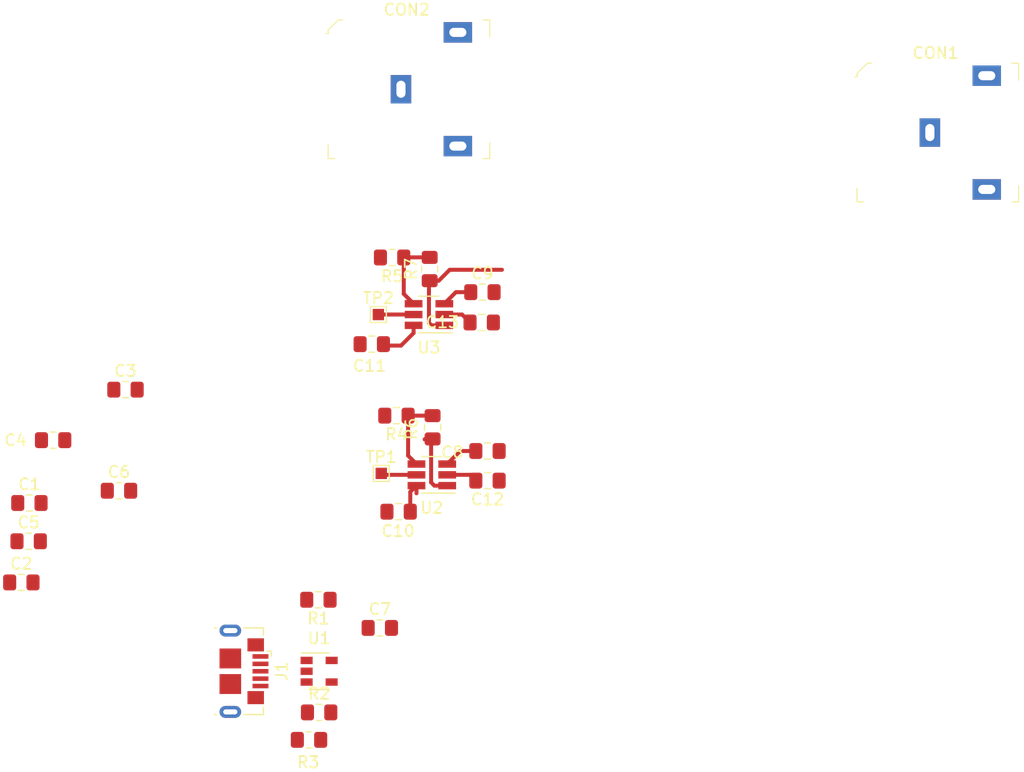
<source format=kicad_pcb>
(kicad_pcb (version 20171130) (host pcbnew "(5.0.0)")

  (general
    (thickness 1.6)
    (drawings 0)
    (tracks 37)
    (zones 0)
    (modules 28)
    (nets 20)
  )

  (page A4)
  (layers
    (0 F.Cu signal)
    (31 B.Cu signal)
    (32 B.Adhes user)
    (33 F.Adhes user)
    (34 B.Paste user)
    (35 F.Paste user)
    (36 B.SilkS user)
    (37 F.SilkS user)
    (38 B.Mask user)
    (39 F.Mask user)
    (40 Dwgs.User user)
    (41 Cmts.User user)
    (42 Eco1.User user)
    (43 Eco2.User user)
    (44 Edge.Cuts user)
    (45 Margin user)
    (46 B.CrtYd user)
    (47 F.CrtYd user)
    (48 B.Fab user hide)
    (49 F.Fab user hide)
  )

  (setup
    (last_trace_width 0.35)
    (trace_clearance 0.2)
    (zone_clearance 0.508)
    (zone_45_only no)
    (trace_min 0.2)
    (segment_width 0.2)
    (edge_width 0.15)
    (via_size 2)
    (via_drill 1)
    (via_min_size 0.4)
    (via_min_drill 0.3)
    (uvia_size 0.3)
    (uvia_drill 0.1)
    (uvias_allowed no)
    (uvia_min_size 0.2)
    (uvia_min_drill 0.1)
    (pcb_text_width 0.3)
    (pcb_text_size 1.5 1.5)
    (mod_edge_width 0.15)
    (mod_text_size 1 1)
    (mod_text_width 0.15)
    (pad_size 1.524 1.524)
    (pad_drill 0.762)
    (pad_to_mask_clearance 0.2)
    (aux_axis_origin 0 0)
    (visible_elements FFFFF77F)
    (pcbplotparams
      (layerselection 0x010fc_ffffffff)
      (usegerberextensions false)
      (usegerberattributes false)
      (usegerberadvancedattributes false)
      (creategerberjobfile false)
      (excludeedgelayer true)
      (linewidth 0.100000)
      (plotframeref false)
      (viasonmask false)
      (mode 1)
      (useauxorigin false)
      (hpglpennumber 1)
      (hpglpenspeed 20)
      (hpglpendiameter 15.000000)
      (psnegative false)
      (psa4output false)
      (plotreference true)
      (plotvalue true)
      (plotinvisibletext false)
      (padsonsilk false)
      (subtractmaskfromsilk false)
      (outputformat 1)
      (mirror false)
      (drillshape 1)
      (scaleselection 1)
      (outputdirectory ""))
  )

  (net 0 "")
  (net 1 outR)
  (net 2 outL)
  (net 3 GND)
  (net 4 inL)
  (net 5 inR)
  (net 6 "Net-(TP2-Pad1)")
  (net 7 "Net-(TP1-Pad1)")
  (net 8 "Net-(R5-Pad1)")
  (net 9 "Net-(R4-Pad1)")
  (net 10 "Net-(R3-Pad2)")
  (net 11 -2V5)
  (net 12 "Net-(R1-Pad2)")
  (net 13 +2V5)
  (net 14 "Net-(C9-Pad1)")
  (net 15 "Net-(C8-Pad1)")
  (net 16 "Net-(J1-Pad6)")
  (net 17 "Net-(J1-Pad2)")
  (net 18 "Net-(J1-Pad4)")
  (net 19 "Net-(J1-Pad3)")

  (net_class Default "This is the default net class."
    (clearance 0.2)
    (trace_width 0.35)
    (via_dia 2)
    (via_drill 1)
    (uvia_dia 0.3)
    (uvia_drill 0.1)
    (add_net +2V5)
    (add_net -2V5)
    (add_net GND)
    (add_net "Net-(C8-Pad1)")
    (add_net "Net-(C9-Pad1)")
    (add_net "Net-(J1-Pad2)")
    (add_net "Net-(J1-Pad3)")
    (add_net "Net-(J1-Pad4)")
    (add_net "Net-(J1-Pad6)")
    (add_net "Net-(R1-Pad2)")
    (add_net "Net-(R3-Pad2)")
    (add_net "Net-(R4-Pad1)")
    (add_net "Net-(R5-Pad1)")
    (add_net "Net-(TP1-Pad1)")
    (add_net "Net-(TP2-Pad1)")
    (add_net inL)
    (add_net inR)
    (add_net outL)
    (add_net outR)
  )

  (module Capacitor_SMD:C_0805_2012Metric_Pad1.15x1.40mm_HandSolder (layer F.Cu) (tedit 5B36C52B) (tstamp 5B9CF96B)
    (at 115.2525 81.5975)
    (descr "Capacitor SMD 0805 (2012 Metric), square (rectangular) end terminal, IPC_7351 nominal with elongated pad for handsoldering. (Body size source: https://docs.google.com/spreadsheets/d/1BsfQQcO9C6DZCsRaXUlFlo91Tg2WpOkGARC1WS5S8t0/edit?usp=sharing), generated with kicad-footprint-generator")
    (tags "capacitor handsolder")
    (path /5B910965)
    (attr smd)
    (fp_text reference C1 (at 0 -1.65) (layer F.SilkS)
      (effects (font (size 1 1) (thickness 0.15)))
    )
    (fp_text value 1u (at 0 1.65) (layer F.Fab)
      (effects (font (size 1 1) (thickness 0.15)))
    )
    (fp_line (start -1 0.6) (end -1 -0.6) (layer F.Fab) (width 0.1))
    (fp_line (start -1 -0.6) (end 1 -0.6) (layer F.Fab) (width 0.1))
    (fp_line (start 1 -0.6) (end 1 0.6) (layer F.Fab) (width 0.1))
    (fp_line (start 1 0.6) (end -1 0.6) (layer F.Fab) (width 0.1))
    (fp_line (start -0.261252 -0.71) (end 0.261252 -0.71) (layer F.SilkS) (width 0.12))
    (fp_line (start -0.261252 0.71) (end 0.261252 0.71) (layer F.SilkS) (width 0.12))
    (fp_line (start -1.85 0.95) (end -1.85 -0.95) (layer F.CrtYd) (width 0.05))
    (fp_line (start -1.85 -0.95) (end 1.85 -0.95) (layer F.CrtYd) (width 0.05))
    (fp_line (start 1.85 -0.95) (end 1.85 0.95) (layer F.CrtYd) (width 0.05))
    (fp_line (start 1.85 0.95) (end -1.85 0.95) (layer F.CrtYd) (width 0.05))
    (fp_text user %R (at 0 0) (layer F.Fab)
      (effects (font (size 0.5 0.5) (thickness 0.08)))
    )
    (pad 1 smd roundrect (at -1.025 0) (size 1.15 1.4) (layers F.Cu F.Paste F.Mask) (roundrect_rratio 0.217391)
      (net 13 +2V5))
    (pad 2 smd roundrect (at 1.025 0) (size 1.15 1.4) (layers F.Cu F.Paste F.Mask) (roundrect_rratio 0.217391)
      (net 3 GND))
    (model ${KISYS3DMOD}/Capacitor_SMD.3dshapes/C_0805_2012Metric.wrl
      (at (xyz 0 0 0))
      (scale (xyz 1 1 1))
      (rotate (xyz 0 0 0))
    )
  )

  (module Capacitor_SMD:C_0805_2012Metric_Pad1.15x1.40mm_HandSolder (layer F.Cu) (tedit 5B36C52B) (tstamp 5B9CF95A)
    (at 114.545 88.5825)
    (descr "Capacitor SMD 0805 (2012 Metric), square (rectangular) end terminal, IPC_7351 nominal with elongated pad for handsoldering. (Body size source: https://docs.google.com/spreadsheets/d/1BsfQQcO9C6DZCsRaXUlFlo91Tg2WpOkGARC1WS5S8t0/edit?usp=sharing), generated with kicad-footprint-generator")
    (tags "capacitor handsolder")
    (path /5B91096B)
    (attr smd)
    (fp_text reference C2 (at 0 -1.65) (layer F.SilkS)
      (effects (font (size 1 1) (thickness 0.15)))
    )
    (fp_text value 1u (at 0 1.65) (layer F.Fab)
      (effects (font (size 1 1) (thickness 0.15)))
    )
    (fp_text user %R (at 0 0) (layer F.Fab)
      (effects (font (size 0.5 0.5) (thickness 0.08)))
    )
    (fp_line (start 1.85 0.95) (end -1.85 0.95) (layer F.CrtYd) (width 0.05))
    (fp_line (start 1.85 -0.95) (end 1.85 0.95) (layer F.CrtYd) (width 0.05))
    (fp_line (start -1.85 -0.95) (end 1.85 -0.95) (layer F.CrtYd) (width 0.05))
    (fp_line (start -1.85 0.95) (end -1.85 -0.95) (layer F.CrtYd) (width 0.05))
    (fp_line (start -0.261252 0.71) (end 0.261252 0.71) (layer F.SilkS) (width 0.12))
    (fp_line (start -0.261252 -0.71) (end 0.261252 -0.71) (layer F.SilkS) (width 0.12))
    (fp_line (start 1 0.6) (end -1 0.6) (layer F.Fab) (width 0.1))
    (fp_line (start 1 -0.6) (end 1 0.6) (layer F.Fab) (width 0.1))
    (fp_line (start -1 -0.6) (end 1 -0.6) (layer F.Fab) (width 0.1))
    (fp_line (start -1 0.6) (end -1 -0.6) (layer F.Fab) (width 0.1))
    (pad 2 smd roundrect (at 1.025 0) (size 1.15 1.4) (layers F.Cu F.Paste F.Mask) (roundrect_rratio 0.217391)
      (net 11 -2V5))
    (pad 1 smd roundrect (at -1.025 0) (size 1.15 1.4) (layers F.Cu F.Paste F.Mask) (roundrect_rratio 0.217391)
      (net 3 GND))
    (model ${KISYS3DMOD}/Capacitor_SMD.3dshapes/C_0805_2012Metric.wrl
      (at (xyz 0 0 0))
      (scale (xyz 1 1 1))
      (rotate (xyz 0 0 0))
    )
  )

  (module Capacitor_SMD:C_0805_2012Metric_Pad1.15x1.40mm_HandSolder (layer F.Cu) (tedit 5B36C52B) (tstamp 5B9CF949)
    (at 123.698 71.628)
    (descr "Capacitor SMD 0805 (2012 Metric), square (rectangular) end terminal, IPC_7351 nominal with elongated pad for handsoldering. (Body size source: https://docs.google.com/spreadsheets/d/1BsfQQcO9C6DZCsRaXUlFlo91Tg2WpOkGARC1WS5S8t0/edit?usp=sharing), generated with kicad-footprint-generator")
    (tags "capacitor handsolder")
    (path /5B90F14A)
    (attr smd)
    (fp_text reference C3 (at 0 -1.65) (layer F.SilkS)
      (effects (font (size 1 1) (thickness 0.15)))
    )
    (fp_text value 100n (at 0 1.65) (layer F.Fab)
      (effects (font (size 1 1) (thickness 0.15)))
    )
    (fp_line (start -1 0.6) (end -1 -0.6) (layer F.Fab) (width 0.1))
    (fp_line (start -1 -0.6) (end 1 -0.6) (layer F.Fab) (width 0.1))
    (fp_line (start 1 -0.6) (end 1 0.6) (layer F.Fab) (width 0.1))
    (fp_line (start 1 0.6) (end -1 0.6) (layer F.Fab) (width 0.1))
    (fp_line (start -0.261252 -0.71) (end 0.261252 -0.71) (layer F.SilkS) (width 0.12))
    (fp_line (start -0.261252 0.71) (end 0.261252 0.71) (layer F.SilkS) (width 0.12))
    (fp_line (start -1.85 0.95) (end -1.85 -0.95) (layer F.CrtYd) (width 0.05))
    (fp_line (start -1.85 -0.95) (end 1.85 -0.95) (layer F.CrtYd) (width 0.05))
    (fp_line (start 1.85 -0.95) (end 1.85 0.95) (layer F.CrtYd) (width 0.05))
    (fp_line (start 1.85 0.95) (end -1.85 0.95) (layer F.CrtYd) (width 0.05))
    (fp_text user %R (at 0 0) (layer F.Fab)
      (effects (font (size 0.5 0.5) (thickness 0.08)))
    )
    (pad 1 smd roundrect (at -1.025 0) (size 1.15 1.4) (layers F.Cu F.Paste F.Mask) (roundrect_rratio 0.217391)
      (net 13 +2V5))
    (pad 2 smd roundrect (at 1.025 0) (size 1.15 1.4) (layers F.Cu F.Paste F.Mask) (roundrect_rratio 0.217391)
      (net 3 GND))
    (model ${KISYS3DMOD}/Capacitor_SMD.3dshapes/C_0805_2012Metric.wrl
      (at (xyz 0 0 0))
      (scale (xyz 1 1 1))
      (rotate (xyz 0 0 0))
    )
  )

  (module Capacitor_SMD:C_0805_2012Metric_Pad1.15x1.40mm_HandSolder (layer F.Cu) (tedit 5B36C52B) (tstamp 5B9CF938)
    (at 117.339 76.073)
    (descr "Capacitor SMD 0805 (2012 Metric), square (rectangular) end terminal, IPC_7351 nominal with elongated pad for handsoldering. (Body size source: https://docs.google.com/spreadsheets/d/1BsfQQcO9C6DZCsRaXUlFlo91Tg2WpOkGARC1WS5S8t0/edit?usp=sharing), generated with kicad-footprint-generator")
    (tags "capacitor handsolder")
    (path /5B90F230)
    (attr smd)
    (fp_text reference C4 (at -3.302 0) (layer F.SilkS)
      (effects (font (size 1 1) (thickness 0.15)))
    )
    (fp_text value 100n (at 0 1.65) (layer F.Fab)
      (effects (font (size 1 1) (thickness 0.15)))
    )
    (fp_text user %R (at 0 0) (layer F.Fab)
      (effects (font (size 0.5 0.5) (thickness 0.08)))
    )
    (fp_line (start 1.85 0.95) (end -1.85 0.95) (layer F.CrtYd) (width 0.05))
    (fp_line (start 1.85 -0.95) (end 1.85 0.95) (layer F.CrtYd) (width 0.05))
    (fp_line (start -1.85 -0.95) (end 1.85 -0.95) (layer F.CrtYd) (width 0.05))
    (fp_line (start -1.85 0.95) (end -1.85 -0.95) (layer F.CrtYd) (width 0.05))
    (fp_line (start -0.261252 0.71) (end 0.261252 0.71) (layer F.SilkS) (width 0.12))
    (fp_line (start -0.261252 -0.71) (end 0.261252 -0.71) (layer F.SilkS) (width 0.12))
    (fp_line (start 1 0.6) (end -1 0.6) (layer F.Fab) (width 0.1))
    (fp_line (start 1 -0.6) (end 1 0.6) (layer F.Fab) (width 0.1))
    (fp_line (start -1 -0.6) (end 1 -0.6) (layer F.Fab) (width 0.1))
    (fp_line (start -1 0.6) (end -1 -0.6) (layer F.Fab) (width 0.1))
    (pad 2 smd roundrect (at 1.025 0) (size 1.15 1.4) (layers F.Cu F.Paste F.Mask) (roundrect_rratio 0.217391)
      (net 11 -2V5))
    (pad 1 smd roundrect (at -1.025 0) (size 1.15 1.4) (layers F.Cu F.Paste F.Mask) (roundrect_rratio 0.217391)
      (net 3 GND))
    (model ${KISYS3DMOD}/Capacitor_SMD.3dshapes/C_0805_2012Metric.wrl
      (at (xyz 0 0 0))
      (scale (xyz 1 1 1))
      (rotate (xyz 0 0 0))
    )
  )

  (module Capacitor_SMD:C_0805_2012Metric_Pad1.15x1.40mm_HandSolder (layer F.Cu) (tedit 5B36C52B) (tstamp 5B9CF927)
    (at 115.189 84.963)
    (descr "Capacitor SMD 0805 (2012 Metric), square (rectangular) end terminal, IPC_7351 nominal with elongated pad for handsoldering. (Body size source: https://docs.google.com/spreadsheets/d/1BsfQQcO9C6DZCsRaXUlFlo91Tg2WpOkGARC1WS5S8t0/edit?usp=sharing), generated with kicad-footprint-generator")
    (tags "capacitor handsolder")
    (path /5B90F83C)
    (attr smd)
    (fp_text reference C5 (at 0 -1.65) (layer F.SilkS)
      (effects (font (size 1 1) (thickness 0.15)))
    )
    (fp_text value 10n (at 0 1.65) (layer F.Fab)
      (effects (font (size 1 1) (thickness 0.15)))
    )
    (fp_line (start -1 0.6) (end -1 -0.6) (layer F.Fab) (width 0.1))
    (fp_line (start -1 -0.6) (end 1 -0.6) (layer F.Fab) (width 0.1))
    (fp_line (start 1 -0.6) (end 1 0.6) (layer F.Fab) (width 0.1))
    (fp_line (start 1 0.6) (end -1 0.6) (layer F.Fab) (width 0.1))
    (fp_line (start -0.261252 -0.71) (end 0.261252 -0.71) (layer F.SilkS) (width 0.12))
    (fp_line (start -0.261252 0.71) (end 0.261252 0.71) (layer F.SilkS) (width 0.12))
    (fp_line (start -1.85 0.95) (end -1.85 -0.95) (layer F.CrtYd) (width 0.05))
    (fp_line (start -1.85 -0.95) (end 1.85 -0.95) (layer F.CrtYd) (width 0.05))
    (fp_line (start 1.85 -0.95) (end 1.85 0.95) (layer F.CrtYd) (width 0.05))
    (fp_line (start 1.85 0.95) (end -1.85 0.95) (layer F.CrtYd) (width 0.05))
    (fp_text user %R (at 0 0) (layer F.Fab)
      (effects (font (size 0.5 0.5) (thickness 0.08)))
    )
    (pad 1 smd roundrect (at -1.025 0) (size 1.15 1.4) (layers F.Cu F.Paste F.Mask) (roundrect_rratio 0.217391)
      (net 13 +2V5))
    (pad 2 smd roundrect (at 1.025 0) (size 1.15 1.4) (layers F.Cu F.Paste F.Mask) (roundrect_rratio 0.217391)
      (net 3 GND))
    (model ${KISYS3DMOD}/Capacitor_SMD.3dshapes/C_0805_2012Metric.wrl
      (at (xyz 0 0 0))
      (scale (xyz 1 1 1))
      (rotate (xyz 0 0 0))
    )
  )

  (module Capacitor_SMD:C_0805_2012Metric_Pad1.15x1.40mm_HandSolder (layer F.Cu) (tedit 5B36C52B) (tstamp 5B9CF916)
    (at 123.1265 80.518)
    (descr "Capacitor SMD 0805 (2012 Metric), square (rectangular) end terminal, IPC_7351 nominal with elongated pad for handsoldering. (Body size source: https://docs.google.com/spreadsheets/d/1BsfQQcO9C6DZCsRaXUlFlo91Tg2WpOkGARC1WS5S8t0/edit?usp=sharing), generated with kicad-footprint-generator")
    (tags "capacitor handsolder")
    (path /5B90F842)
    (attr smd)
    (fp_text reference C6 (at 0 -1.65) (layer F.SilkS)
      (effects (font (size 1 1) (thickness 0.15)))
    )
    (fp_text value 10n (at 0 1.65) (layer F.Fab)
      (effects (font (size 1 1) (thickness 0.15)))
    )
    (fp_text user %R (at 0 0) (layer F.Fab)
      (effects (font (size 0.5 0.5) (thickness 0.08)))
    )
    (fp_line (start 1.85 0.95) (end -1.85 0.95) (layer F.CrtYd) (width 0.05))
    (fp_line (start 1.85 -0.95) (end 1.85 0.95) (layer F.CrtYd) (width 0.05))
    (fp_line (start -1.85 -0.95) (end 1.85 -0.95) (layer F.CrtYd) (width 0.05))
    (fp_line (start -1.85 0.95) (end -1.85 -0.95) (layer F.CrtYd) (width 0.05))
    (fp_line (start -0.261252 0.71) (end 0.261252 0.71) (layer F.SilkS) (width 0.12))
    (fp_line (start -0.261252 -0.71) (end 0.261252 -0.71) (layer F.SilkS) (width 0.12))
    (fp_line (start 1 0.6) (end -1 0.6) (layer F.Fab) (width 0.1))
    (fp_line (start 1 -0.6) (end 1 0.6) (layer F.Fab) (width 0.1))
    (fp_line (start -1 -0.6) (end 1 -0.6) (layer F.Fab) (width 0.1))
    (fp_line (start -1 0.6) (end -1 -0.6) (layer F.Fab) (width 0.1))
    (pad 2 smd roundrect (at 1.025 0) (size 1.15 1.4) (layers F.Cu F.Paste F.Mask) (roundrect_rratio 0.217391)
      (net 11 -2V5))
    (pad 1 smd roundrect (at -1.025 0) (size 1.15 1.4) (layers F.Cu F.Paste F.Mask) (roundrect_rratio 0.217391)
      (net 3 GND))
    (model ${KISYS3DMOD}/Capacitor_SMD.3dshapes/C_0805_2012Metric.wrl
      (at (xyz 0 0 0))
      (scale (xyz 1 1 1))
      (rotate (xyz 0 0 0))
    )
  )

  (module Capacitor_SMD:C_0805_2012Metric_Pad1.15x1.40mm_HandSolder (layer F.Cu) (tedit 5B36C52B) (tstamp 5B9CF905)
    (at 146.05 92.583)
    (descr "Capacitor SMD 0805 (2012 Metric), square (rectangular) end terminal, IPC_7351 nominal with elongated pad for handsoldering. (Body size source: https://docs.google.com/spreadsheets/d/1BsfQQcO9C6DZCsRaXUlFlo91Tg2WpOkGARC1WS5S8t0/edit?usp=sharing), generated with kicad-footprint-generator")
    (tags "capacitor handsolder")
    (path /5B90AA3C)
    (attr smd)
    (fp_text reference C7 (at 0 -1.65) (layer F.SilkS)
      (effects (font (size 1 1) (thickness 0.15)))
    )
    (fp_text value 100n (at 0 1.65) (layer F.Fab)
      (effects (font (size 1 1) (thickness 0.15)))
    )
    (fp_line (start -1 0.6) (end -1 -0.6) (layer F.Fab) (width 0.1))
    (fp_line (start -1 -0.6) (end 1 -0.6) (layer F.Fab) (width 0.1))
    (fp_line (start 1 -0.6) (end 1 0.6) (layer F.Fab) (width 0.1))
    (fp_line (start 1 0.6) (end -1 0.6) (layer F.Fab) (width 0.1))
    (fp_line (start -0.261252 -0.71) (end 0.261252 -0.71) (layer F.SilkS) (width 0.12))
    (fp_line (start -0.261252 0.71) (end 0.261252 0.71) (layer F.SilkS) (width 0.12))
    (fp_line (start -1.85 0.95) (end -1.85 -0.95) (layer F.CrtYd) (width 0.05))
    (fp_line (start -1.85 -0.95) (end 1.85 -0.95) (layer F.CrtYd) (width 0.05))
    (fp_line (start 1.85 -0.95) (end 1.85 0.95) (layer F.CrtYd) (width 0.05))
    (fp_line (start 1.85 0.95) (end -1.85 0.95) (layer F.CrtYd) (width 0.05))
    (fp_text user %R (at 0 0) (layer F.Fab)
      (effects (font (size 0.5 0.5) (thickness 0.08)))
    )
    (pad 1 smd roundrect (at -1.025 0) (size 1.15 1.4) (layers F.Cu F.Paste F.Mask) (roundrect_rratio 0.217391)
      (net 13 +2V5))
    (pad 2 smd roundrect (at 1.025 0) (size 1.15 1.4) (layers F.Cu F.Paste F.Mask) (roundrect_rratio 0.217391)
      (net 11 -2V5))
    (model ${KISYS3DMOD}/Capacitor_SMD.3dshapes/C_0805_2012Metric.wrl
      (at (xyz 0 0 0))
      (scale (xyz 1 1 1))
      (rotate (xyz 0 0 0))
    )
  )

  (module Capacitor_SMD:C_0805_2012Metric_Pad1.15x1.40mm_HandSolder (layer F.Cu) (tedit 5B36C52B) (tstamp 5B9CF8F4)
    (at 155.5115 77.0255)
    (descr "Capacitor SMD 0805 (2012 Metric), square (rectangular) end terminal, IPC_7351 nominal with elongated pad for handsoldering. (Body size source: https://docs.google.com/spreadsheets/d/1BsfQQcO9C6DZCsRaXUlFlo91Tg2WpOkGARC1WS5S8t0/edit?usp=sharing), generated with kicad-footprint-generator")
    (tags "capacitor handsolder")
    (path /5B90B532)
    (attr smd)
    (fp_text reference C8 (at -3.082501 0.110999) (layer F.SilkS)
      (effects (font (size 1 1) (thickness 0.15)))
    )
    (fp_text value 100n (at 0 1.65) (layer F.Fab)
      (effects (font (size 1 1) (thickness 0.15)))
    )
    (fp_text user %R (at 0 0) (layer F.Fab)
      (effects (font (size 0.5 0.5) (thickness 0.08)))
    )
    (fp_line (start 1.85 0.95) (end -1.85 0.95) (layer F.CrtYd) (width 0.05))
    (fp_line (start 1.85 -0.95) (end 1.85 0.95) (layer F.CrtYd) (width 0.05))
    (fp_line (start -1.85 -0.95) (end 1.85 -0.95) (layer F.CrtYd) (width 0.05))
    (fp_line (start -1.85 0.95) (end -1.85 -0.95) (layer F.CrtYd) (width 0.05))
    (fp_line (start -0.261252 0.71) (end 0.261252 0.71) (layer F.SilkS) (width 0.12))
    (fp_line (start -0.261252 -0.71) (end 0.261252 -0.71) (layer F.SilkS) (width 0.12))
    (fp_line (start 1 0.6) (end -1 0.6) (layer F.Fab) (width 0.1))
    (fp_line (start 1 -0.6) (end 1 0.6) (layer F.Fab) (width 0.1))
    (fp_line (start -1 -0.6) (end 1 -0.6) (layer F.Fab) (width 0.1))
    (fp_line (start -1 0.6) (end -1 -0.6) (layer F.Fab) (width 0.1))
    (pad 2 smd roundrect (at 1.025 0) (size 1.15 1.4) (layers F.Cu F.Paste F.Mask) (roundrect_rratio 0.217391)
      (net 4 inL))
    (pad 1 smd roundrect (at -1.025 0) (size 1.15 1.4) (layers F.Cu F.Paste F.Mask) (roundrect_rratio 0.217391)
      (net 15 "Net-(C8-Pad1)"))
    (model ${KISYS3DMOD}/Capacitor_SMD.3dshapes/C_0805_2012Metric.wrl
      (at (xyz 0 0 0))
      (scale (xyz 1 1 1))
      (rotate (xyz 0 0 0))
    )
  )

  (module Capacitor_SMD:C_0805_2012Metric_Pad1.15x1.40mm_HandSolder (layer F.Cu) (tedit 5B36C52B) (tstamp 5B9CF8E3)
    (at 155.067 63.0555)
    (descr "Capacitor SMD 0805 (2012 Metric), square (rectangular) end terminal, IPC_7351 nominal with elongated pad for handsoldering. (Body size source: https://docs.google.com/spreadsheets/d/1BsfQQcO9C6DZCsRaXUlFlo91Tg2WpOkGARC1WS5S8t0/edit?usp=sharing), generated with kicad-footprint-generator")
    (tags "capacitor handsolder")
    (path /5B90CB03)
    (attr smd)
    (fp_text reference C9 (at 0 -1.65) (layer F.SilkS)
      (effects (font (size 1 1) (thickness 0.15)))
    )
    (fp_text value 100n (at 0 1.65) (layer F.Fab)
      (effects (font (size 1 1) (thickness 0.15)))
    )
    (fp_line (start -1 0.6) (end -1 -0.6) (layer F.Fab) (width 0.1))
    (fp_line (start -1 -0.6) (end 1 -0.6) (layer F.Fab) (width 0.1))
    (fp_line (start 1 -0.6) (end 1 0.6) (layer F.Fab) (width 0.1))
    (fp_line (start 1 0.6) (end -1 0.6) (layer F.Fab) (width 0.1))
    (fp_line (start -0.261252 -0.71) (end 0.261252 -0.71) (layer F.SilkS) (width 0.12))
    (fp_line (start -0.261252 0.71) (end 0.261252 0.71) (layer F.SilkS) (width 0.12))
    (fp_line (start -1.85 0.95) (end -1.85 -0.95) (layer F.CrtYd) (width 0.05))
    (fp_line (start -1.85 -0.95) (end 1.85 -0.95) (layer F.CrtYd) (width 0.05))
    (fp_line (start 1.85 -0.95) (end 1.85 0.95) (layer F.CrtYd) (width 0.05))
    (fp_line (start 1.85 0.95) (end -1.85 0.95) (layer F.CrtYd) (width 0.05))
    (fp_text user %R (at 0 0) (layer F.Fab)
      (effects (font (size 0.5 0.5) (thickness 0.08)))
    )
    (pad 1 smd roundrect (at -1.025 0) (size 1.15 1.4) (layers F.Cu F.Paste F.Mask) (roundrect_rratio 0.217391)
      (net 14 "Net-(C9-Pad1)"))
    (pad 2 smd roundrect (at 1.025 0) (size 1.15 1.4) (layers F.Cu F.Paste F.Mask) (roundrect_rratio 0.217391)
      (net 5 inR))
    (model ${KISYS3DMOD}/Capacitor_SMD.3dshapes/C_0805_2012Metric.wrl
      (at (xyz 0 0 0))
      (scale (xyz 1 1 1))
      (rotate (xyz 0 0 0))
    )
  )

  (module Capacitor_SMD:C_0805_2012Metric_Pad1.15x1.40mm_HandSolder (layer F.Cu) (tedit 5B36C52B) (tstamp 5B9CF8D2)
    (at 147.701 82.3595 180)
    (descr "Capacitor SMD 0805 (2012 Metric), square (rectangular) end terminal, IPC_7351 nominal with elongated pad for handsoldering. (Body size source: https://docs.google.com/spreadsheets/d/1BsfQQcO9C6DZCsRaXUlFlo91Tg2WpOkGARC1WS5S8t0/edit?usp=sharing), generated with kicad-footprint-generator")
    (tags "capacitor handsolder")
    (path /5B91046C)
    (attr smd)
    (fp_text reference C10 (at 0.046999 -1.695501 180) (layer F.SilkS)
      (effects (font (size 1 1) (thickness 0.15)))
    )
    (fp_text value 10n (at 0 1.65 180) (layer F.Fab)
      (effects (font (size 1 1) (thickness 0.15)))
    )
    (fp_text user %R (at 0 0 180) (layer F.Fab)
      (effects (font (size 0.5 0.5) (thickness 0.08)))
    )
    (fp_line (start 1.85 0.95) (end -1.85 0.95) (layer F.CrtYd) (width 0.05))
    (fp_line (start 1.85 -0.95) (end 1.85 0.95) (layer F.CrtYd) (width 0.05))
    (fp_line (start -1.85 -0.95) (end 1.85 -0.95) (layer F.CrtYd) (width 0.05))
    (fp_line (start -1.85 0.95) (end -1.85 -0.95) (layer F.CrtYd) (width 0.05))
    (fp_line (start -0.261252 0.71) (end 0.261252 0.71) (layer F.SilkS) (width 0.12))
    (fp_line (start -0.261252 -0.71) (end 0.261252 -0.71) (layer F.SilkS) (width 0.12))
    (fp_line (start 1 0.6) (end -1 0.6) (layer F.Fab) (width 0.1))
    (fp_line (start 1 -0.6) (end 1 0.6) (layer F.Fab) (width 0.1))
    (fp_line (start -1 -0.6) (end 1 -0.6) (layer F.Fab) (width 0.1))
    (fp_line (start -1 0.6) (end -1 -0.6) (layer F.Fab) (width 0.1))
    (pad 2 smd roundrect (at 1.025 0 180) (size 1.15 1.4) (layers F.Cu F.Paste F.Mask) (roundrect_rratio 0.217391)
      (net 3 GND))
    (pad 1 smd roundrect (at -1.025 0 180) (size 1.15 1.4) (layers F.Cu F.Paste F.Mask) (roundrect_rratio 0.217391)
      (net 13 +2V5))
    (model ${KISYS3DMOD}/Capacitor_SMD.3dshapes/C_0805_2012Metric.wrl
      (at (xyz 0 0 0))
      (scale (xyz 1 1 1))
      (rotate (xyz 0 0 0))
    )
  )

  (module Capacitor_SMD:C_0805_2012Metric_Pad1.15x1.40mm_HandSolder (layer F.Cu) (tedit 5B36C52B) (tstamp 5B9CF8C1)
    (at 145.3425 67.6275 180)
    (descr "Capacitor SMD 0805 (2012 Metric), square (rectangular) end terminal, IPC_7351 nominal with elongated pad for handsoldering. (Body size source: https://docs.google.com/spreadsheets/d/1BsfQQcO9C6DZCsRaXUlFlo91Tg2WpOkGARC1WS5S8t0/edit?usp=sharing), generated with kicad-footprint-generator")
    (tags "capacitor handsolder")
    (path /5B90FE57)
    (attr smd)
    (fp_text reference C11 (at 0.1905 -1.905 180) (layer F.SilkS)
      (effects (font (size 1 1) (thickness 0.15)))
    )
    (fp_text value 10n (at 0 1.65 180) (layer F.Fab)
      (effects (font (size 1 1) (thickness 0.15)))
    )
    (fp_line (start -1 0.6) (end -1 -0.6) (layer F.Fab) (width 0.1))
    (fp_line (start -1 -0.6) (end 1 -0.6) (layer F.Fab) (width 0.1))
    (fp_line (start 1 -0.6) (end 1 0.6) (layer F.Fab) (width 0.1))
    (fp_line (start 1 0.6) (end -1 0.6) (layer F.Fab) (width 0.1))
    (fp_line (start -0.261252 -0.71) (end 0.261252 -0.71) (layer F.SilkS) (width 0.12))
    (fp_line (start -0.261252 0.71) (end 0.261252 0.71) (layer F.SilkS) (width 0.12))
    (fp_line (start -1.85 0.95) (end -1.85 -0.95) (layer F.CrtYd) (width 0.05))
    (fp_line (start -1.85 -0.95) (end 1.85 -0.95) (layer F.CrtYd) (width 0.05))
    (fp_line (start 1.85 -0.95) (end 1.85 0.95) (layer F.CrtYd) (width 0.05))
    (fp_line (start 1.85 0.95) (end -1.85 0.95) (layer F.CrtYd) (width 0.05))
    (fp_text user %R (at 0 0 180) (layer F.Fab)
      (effects (font (size 0.5 0.5) (thickness 0.08)))
    )
    (pad 1 smd roundrect (at -1.025 0 180) (size 1.15 1.4) (layers F.Cu F.Paste F.Mask) (roundrect_rratio 0.217391)
      (net 13 +2V5))
    (pad 2 smd roundrect (at 1.025 0 180) (size 1.15 1.4) (layers F.Cu F.Paste F.Mask) (roundrect_rratio 0.217391)
      (net 3 GND))
    (model ${KISYS3DMOD}/Capacitor_SMD.3dshapes/C_0805_2012Metric.wrl
      (at (xyz 0 0 0))
      (scale (xyz 1 1 1))
      (rotate (xyz 0 0 0))
    )
  )

  (module Capacitor_SMD:C_0805_2012Metric_Pad1.15x1.40mm_HandSolder (layer F.Cu) (tedit 5B36C52B) (tstamp 5B9CF8B0)
    (at 155.5115 79.629 180)
    (descr "Capacitor SMD 0805 (2012 Metric), square (rectangular) end terminal, IPC_7351 nominal with elongated pad for handsoldering. (Body size source: https://docs.google.com/spreadsheets/d/1BsfQQcO9C6DZCsRaXUlFlo91Tg2WpOkGARC1WS5S8t0/edit?usp=sharing), generated with kicad-footprint-generator")
    (tags "capacitor handsolder")
    (path /5B910473)
    (attr smd)
    (fp_text reference C12 (at 0 -1.65 180) (layer F.SilkS)
      (effects (font (size 1 1) (thickness 0.15)))
    )
    (fp_text value 10n (at 0 1.65 180) (layer F.Fab)
      (effects (font (size 1 1) (thickness 0.15)))
    )
    (fp_text user %R (at 0 0 180) (layer F.Fab)
      (effects (font (size 0.5 0.5) (thickness 0.08)))
    )
    (fp_line (start 1.85 0.95) (end -1.85 0.95) (layer F.CrtYd) (width 0.05))
    (fp_line (start 1.85 -0.95) (end 1.85 0.95) (layer F.CrtYd) (width 0.05))
    (fp_line (start -1.85 -0.95) (end 1.85 -0.95) (layer F.CrtYd) (width 0.05))
    (fp_line (start -1.85 0.95) (end -1.85 -0.95) (layer F.CrtYd) (width 0.05))
    (fp_line (start -0.261252 0.71) (end 0.261252 0.71) (layer F.SilkS) (width 0.12))
    (fp_line (start -0.261252 -0.71) (end 0.261252 -0.71) (layer F.SilkS) (width 0.12))
    (fp_line (start 1 0.6) (end -1 0.6) (layer F.Fab) (width 0.1))
    (fp_line (start 1 -0.6) (end 1 0.6) (layer F.Fab) (width 0.1))
    (fp_line (start -1 -0.6) (end 1 -0.6) (layer F.Fab) (width 0.1))
    (fp_line (start -1 0.6) (end -1 -0.6) (layer F.Fab) (width 0.1))
    (pad 2 smd roundrect (at 1.025 0 180) (size 1.15 1.4) (layers F.Cu F.Paste F.Mask) (roundrect_rratio 0.217391)
      (net 11 -2V5))
    (pad 1 smd roundrect (at -1.025 0 180) (size 1.15 1.4) (layers F.Cu F.Paste F.Mask) (roundrect_rratio 0.217391)
      (net 3 GND))
    (model ${KISYS3DMOD}/Capacitor_SMD.3dshapes/C_0805_2012Metric.wrl
      (at (xyz 0 0 0))
      (scale (xyz 1 1 1))
      (rotate (xyz 0 0 0))
    )
  )

  (module Capacitor_SMD:C_0805_2012Metric_Pad1.15x1.40mm_HandSolder (layer F.Cu) (tedit 5B36C52B) (tstamp 5B9CF89F)
    (at 155.0035 65.7225 180)
    (descr "Capacitor SMD 0805 (2012 Metric), square (rectangular) end terminal, IPC_7351 nominal with elongated pad for handsoldering. (Body size source: https://docs.google.com/spreadsheets/d/1BsfQQcO9C6DZCsRaXUlFlo91Tg2WpOkGARC1WS5S8t0/edit?usp=sharing), generated with kicad-footprint-generator")
    (tags "capacitor handsolder")
    (path /5B90FE5E)
    (attr smd)
    (fp_text reference C13 (at 3.457999 0.028999 180) (layer F.SilkS)
      (effects (font (size 1 1) (thickness 0.15)))
    )
    (fp_text value 10n (at 0 1.65 180) (layer F.Fab)
      (effects (font (size 1 1) (thickness 0.15)))
    )
    (fp_line (start -1 0.6) (end -1 -0.6) (layer F.Fab) (width 0.1))
    (fp_line (start -1 -0.6) (end 1 -0.6) (layer F.Fab) (width 0.1))
    (fp_line (start 1 -0.6) (end 1 0.6) (layer F.Fab) (width 0.1))
    (fp_line (start 1 0.6) (end -1 0.6) (layer F.Fab) (width 0.1))
    (fp_line (start -0.261252 -0.71) (end 0.261252 -0.71) (layer F.SilkS) (width 0.12))
    (fp_line (start -0.261252 0.71) (end 0.261252 0.71) (layer F.SilkS) (width 0.12))
    (fp_line (start -1.85 0.95) (end -1.85 -0.95) (layer F.CrtYd) (width 0.05))
    (fp_line (start -1.85 -0.95) (end 1.85 -0.95) (layer F.CrtYd) (width 0.05))
    (fp_line (start 1.85 -0.95) (end 1.85 0.95) (layer F.CrtYd) (width 0.05))
    (fp_line (start 1.85 0.95) (end -1.85 0.95) (layer F.CrtYd) (width 0.05))
    (fp_text user %R (at 0 0 180) (layer F.Fab)
      (effects (font (size 0.5 0.5) (thickness 0.08)))
    )
    (pad 1 smd roundrect (at -1.025 0 180) (size 1.15 1.4) (layers F.Cu F.Paste F.Mask) (roundrect_rratio 0.217391)
      (net 3 GND))
    (pad 2 smd roundrect (at 1.025 0 180) (size 1.15 1.4) (layers F.Cu F.Paste F.Mask) (roundrect_rratio 0.217391)
      (net 11 -2V5))
    (model ${KISYS3DMOD}/Capacitor_SMD.3dshapes/C_0805_2012Metric.wrl
      (at (xyz 0 0 0))
      (scale (xyz 1 1 1))
      (rotate (xyz 0 0 0))
    )
  )

  (module Connector_USB:USB_Micro-B_GCT_USB3076-30-A (layer F.Cu) (tedit 5A170D03) (tstamp 5B9CF88E)
    (at 134.112 96.393 270)
    (descr "GCT Micro USB https://gct.co/files/drawings/usb3076.pdf")
    (tags "Micro-USB SMD Typ-B GCT")
    (path /5B906E29)
    (attr smd)
    (fp_text reference J1 (at 0 -3.3 270) (layer F.SilkS)
      (effects (font (size 1 1) (thickness 0.15)))
    )
    (fp_text value USB_B_Mini (at 0 5.2 270) (layer F.Fab)
      (effects (font (size 1 1) (thickness 0.15)))
    )
    (fp_line (start -4.6 4.45) (end 4.6 4.45) (layer F.CrtYd) (width 0.05))
    (fp_line (start 4.6 -2.65) (end 4.6 4.45) (layer F.CrtYd) (width 0.05))
    (fp_line (start -4.6 -2.65) (end 4.6 -2.65) (layer F.CrtYd) (width 0.05))
    (fp_line (start -4.6 4.45) (end -4.6 -2.65) (layer F.CrtYd) (width 0.05))
    (fp_text user "PCB Edge" (at 0 2.65 270) (layer Dwgs.User)
      (effects (font (size 0.5 0.5) (thickness 0.08)))
    )
    (fp_line (start -3.81 -1.71) (end -3.15 -1.71) (layer F.SilkS) (width 0.12))
    (fp_line (start -3.81 0.02) (end -3.81 -1.71) (layer F.SilkS) (width 0.12))
    (fp_line (start 3.81 2.59) (end 3.81 2.38) (layer F.SilkS) (width 0.12))
    (fp_line (start 3.7 3.95) (end 3.7 -1.6) (layer F.Fab) (width 0.1))
    (fp_line (start -3 2.65) (end 3 2.65) (layer F.Fab) (width 0.1))
    (fp_line (start -3.7 3.95) (end 3.7 3.95) (layer F.Fab) (width 0.1))
    (fp_line (start -3.7 -1.6) (end 3.7 -1.6) (layer F.Fab) (width 0.1))
    (fp_line (start -3.7 3.95) (end -3.7 -1.6) (layer F.Fab) (width 0.1))
    (fp_line (start -3.81 2.59) (end -3.81 2.38) (layer F.SilkS) (width 0.12))
    (fp_line (start 3.81 0.02) (end 3.81 -1.71) (layer F.SilkS) (width 0.12))
    (fp_line (start 3.81 -1.71) (end 3.16 -1.71) (layer F.SilkS) (width 0.12))
    (fp_text user %R (at 0 0.85 270) (layer F.Fab)
      (effects (font (size 1 1) (thickness 0.15)))
    )
    (fp_line (start -1.76 -2.41) (end -1.31 -2.41) (layer F.SilkS) (width 0.12))
    (fp_line (start -1.76 -2.41) (end -1.76 -2.02) (layer F.SilkS) (width 0.12))
    (fp_line (start -1.3 -1.75) (end -1.5 -1.95) (layer F.Fab) (width 0.1))
    (fp_line (start -1.1 -1.95) (end -1.3 -1.75) (layer F.Fab) (width 0.1))
    (fp_line (start -1.5 -2.16) (end -1.1 -2.16) (layer F.Fab) (width 0.1))
    (fp_line (start -1.5 -2.16) (end -1.5 -1.95) (layer F.Fab) (width 0.1))
    (fp_line (start -1.1 -2.16) (end -1.1 -1.95) (layer F.Fab) (width 0.1))
    (pad 6 smd rect (at 1.125 1.2 270) (size 1.75 1.9) (layers F.Cu F.Paste F.Mask)
      (net 16 "Net-(J1-Pad6)"))
    (pad 2 smd rect (at -0.65 -1.45 270) (size 0.4 1.4) (layers F.Cu F.Paste F.Mask)
      (net 17 "Net-(J1-Pad2)"))
    (pad 1 smd rect (at -1.3 -1.45 270) (size 0.4 1.4) (layers F.Cu F.Paste F.Mask)
      (net 13 +2V5))
    (pad 5 smd rect (at 1.3 -1.45 270) (size 0.4 1.4) (layers F.Cu F.Paste F.Mask)
      (net 11 -2V5))
    (pad 4 smd rect (at 0.65 -1.45 270) (size 0.4 1.4) (layers F.Cu F.Paste F.Mask)
      (net 18 "Net-(J1-Pad4)"))
    (pad 3 smd rect (at 0 -1.45 270) (size 0.4 1.4) (layers F.Cu F.Paste F.Mask)
      (net 19 "Net-(J1-Pad3)"))
    (pad 6 smd rect (at -1.125 1.2 270) (size 1.75 1.9) (layers F.Cu F.Paste F.Mask)
      (net 16 "Net-(J1-Pad6)"))
    (pad 6 thru_hole oval (at -3.575 1.2 90) (size 1.05 1.9) (drill oval 0.45 1.25) (layers *.Cu *.Mask)
      (net 16 "Net-(J1-Pad6)"))
    (pad 6 thru_hole oval (at 3.575 1.2 270) (size 1.05 1.9) (drill oval 0.45 1.25) (layers *.Cu *.Mask)
      (net 16 "Net-(J1-Pad6)"))
    (pad 6 smd rect (at 2.32 -1.03 270) (size 1.15 1.45) (layers F.Cu F.Paste F.Mask)
      (net 16 "Net-(J1-Pad6)"))
    (pad 6 smd rect (at -2.32 -1.03 270) (size 1.15 1.45) (layers F.Cu F.Paste F.Mask)
      (net 16 "Net-(J1-Pad6)"))
    (model ${KISYS3DMOD}/Connector_USB.3dshapes/USB_Micro-B_GCT_USB3076-30-A.wrl
      (at (xyz 0 0 0))
      (scale (xyz 1 1 1))
      (rotate (xyz 0 0 0))
    )
  )

  (module Package_TO_SOT_SMD:SOT-23-5 (layer F.Cu) (tedit 5A02FF57) (tstamp 5B9CF867)
    (at 140.716 96.393)
    (descr "5-pin SOT23 package")
    (tags SOT-23-5)
    (path /5B909874)
    (attr smd)
    (fp_text reference U1 (at 0 -2.9) (layer F.SilkS)
      (effects (font (size 1 1) (thickness 0.15)))
    )
    (fp_text value LM321 (at 0 2.9) (layer F.Fab)
      (effects (font (size 1 1) (thickness 0.15)))
    )
    (fp_text user %R (at 0 0 90) (layer F.Fab)
      (effects (font (size 0.5 0.5) (thickness 0.075)))
    )
    (fp_line (start -0.9 1.61) (end 0.9 1.61) (layer F.SilkS) (width 0.12))
    (fp_line (start 0.9 -1.61) (end -1.55 -1.61) (layer F.SilkS) (width 0.12))
    (fp_line (start -1.9 -1.8) (end 1.9 -1.8) (layer F.CrtYd) (width 0.05))
    (fp_line (start 1.9 -1.8) (end 1.9 1.8) (layer F.CrtYd) (width 0.05))
    (fp_line (start 1.9 1.8) (end -1.9 1.8) (layer F.CrtYd) (width 0.05))
    (fp_line (start -1.9 1.8) (end -1.9 -1.8) (layer F.CrtYd) (width 0.05))
    (fp_line (start -0.9 -0.9) (end -0.25 -1.55) (layer F.Fab) (width 0.1))
    (fp_line (start 0.9 -1.55) (end -0.25 -1.55) (layer F.Fab) (width 0.1))
    (fp_line (start -0.9 -0.9) (end -0.9 1.55) (layer F.Fab) (width 0.1))
    (fp_line (start 0.9 1.55) (end -0.9 1.55) (layer F.Fab) (width 0.1))
    (fp_line (start 0.9 -1.55) (end 0.9 1.55) (layer F.Fab) (width 0.1))
    (pad 1 smd rect (at -1.1 -0.95) (size 1.06 0.65) (layers F.Cu F.Paste F.Mask)
      (net 12 "Net-(R1-Pad2)"))
    (pad 2 smd rect (at -1.1 0) (size 1.06 0.65) (layers F.Cu F.Paste F.Mask)
      (net 11 -2V5))
    (pad 3 smd rect (at -1.1 0.95) (size 1.06 0.65) (layers F.Cu F.Paste F.Mask)
      (net 10 "Net-(R3-Pad2)"))
    (pad 4 smd rect (at 1.1 0.95) (size 1.06 0.65) (layers F.Cu F.Paste F.Mask)
      (net 10 "Net-(R3-Pad2)"))
    (pad 5 smd rect (at 1.1 -0.95) (size 1.06 0.65) (layers F.Cu F.Paste F.Mask)
      (net 13 +2V5))
    (model ${KISYS3DMOD}/Package_TO_SOT_SMD.3dshapes/SOT-23-5.wrl
      (at (xyz 0 0 0))
      (scale (xyz 1 1 1))
      (rotate (xyz 0 0 0))
    )
  )

  (module Package_TO_SOT_SMD:SOT-23-6_Handsoldering (layer F.Cu) (tedit 5A02FF57) (tstamp 5B9CF852)
    (at 150.622 79.121 180)
    (descr "6-pin SOT-23 package, Handsoldering")
    (tags "SOT-23-6 Handsoldering")
    (path /5B908B9B)
    (attr smd)
    (fp_text reference U2 (at 0 -2.9 180) (layer F.SilkS)
      (effects (font (size 1 1) (thickness 0.15)))
    )
    (fp_text value LTC6246IS6 (at 0 2.9 180) (layer F.Fab)
      (effects (font (size 1 1) (thickness 0.15)))
    )
    (fp_line (start 0.9 -1.55) (end 0.9 1.55) (layer F.Fab) (width 0.1))
    (fp_line (start 0.9 1.55) (end -0.9 1.55) (layer F.Fab) (width 0.1))
    (fp_line (start -0.9 -0.9) (end -0.9 1.55) (layer F.Fab) (width 0.1))
    (fp_line (start 0.9 -1.55) (end -0.25 -1.55) (layer F.Fab) (width 0.1))
    (fp_line (start -0.9 -0.9) (end -0.25 -1.55) (layer F.Fab) (width 0.1))
    (fp_line (start -2.4 -1.8) (end 2.4 -1.8) (layer F.CrtYd) (width 0.05))
    (fp_line (start 2.4 -1.8) (end 2.4 1.8) (layer F.CrtYd) (width 0.05))
    (fp_line (start 2.4 1.8) (end -2.4 1.8) (layer F.CrtYd) (width 0.05))
    (fp_line (start -2.4 1.8) (end -2.4 -1.8) (layer F.CrtYd) (width 0.05))
    (fp_line (start 0.9 -1.61) (end -2.05 -1.61) (layer F.SilkS) (width 0.12))
    (fp_line (start -0.9 1.61) (end 0.9 1.61) (layer F.SilkS) (width 0.12))
    (fp_text user %R (at 0 0 270) (layer F.Fab)
      (effects (font (size 0.5 0.5) (thickness 0.075)))
    )
    (pad 5 smd rect (at 1.35 0 180) (size 1.56 0.65) (layers F.Cu F.Paste F.Mask)
      (net 7 "Net-(TP1-Pad1)"))
    (pad 6 smd rect (at 1.35 -0.95 180) (size 1.56 0.65) (layers F.Cu F.Paste F.Mask)
      (net 13 +2V5))
    (pad 4 smd rect (at 1.35 0.95 180) (size 1.56 0.65) (layers F.Cu F.Paste F.Mask)
      (net 9 "Net-(R4-Pad1)"))
    (pad 3 smd rect (at -1.35 0.95 180) (size 1.56 0.65) (layers F.Cu F.Paste F.Mask)
      (net 15 "Net-(C8-Pad1)"))
    (pad 2 smd rect (at -1.35 0 180) (size 1.56 0.65) (layers F.Cu F.Paste F.Mask)
      (net 11 -2V5))
    (pad 1 smd rect (at -1.35 -0.95 180) (size 1.56 0.65) (layers F.Cu F.Paste F.Mask)
      (net 2 outL))
    (model ${KISYS3DMOD}/Package_TO_SOT_SMD.3dshapes/SOT-23-6.wrl
      (at (xyz 0 0 0))
      (scale (xyz 1 1 1))
      (rotate (xyz 0 0 0))
    )
  )

  (module Package_TO_SOT_SMD:SOT-23-6_Handsoldering (layer F.Cu) (tedit 5A02FF57) (tstamp 5B9CF83C)
    (at 150.368 65.024 180)
    (descr "6-pin SOT-23 package, Handsoldering")
    (tags "SOT-23-6 Handsoldering")
    (path /5B90CAEF)
    (attr smd)
    (fp_text reference U3 (at 0 -2.9 180) (layer F.SilkS)
      (effects (font (size 1 1) (thickness 0.15)))
    )
    (fp_text value LTC6246IS6 (at 0 2.9 180) (layer F.Fab)
      (effects (font (size 1 1) (thickness 0.15)))
    )
    (fp_text user %R (at -0.499001 -0.532001 270) (layer F.Fab)
      (effects (font (size 0.5 0.5) (thickness 0.075)))
    )
    (fp_line (start -0.9 1.61) (end 0.9 1.61) (layer F.SilkS) (width 0.12))
    (fp_line (start 0.9 -1.61) (end -2.05 -1.61) (layer F.SilkS) (width 0.12))
    (fp_line (start -2.4 1.8) (end -2.4 -1.8) (layer F.CrtYd) (width 0.05))
    (fp_line (start 2.4 1.8) (end -2.4 1.8) (layer F.CrtYd) (width 0.05))
    (fp_line (start 2.4 -1.8) (end 2.4 1.8) (layer F.CrtYd) (width 0.05))
    (fp_line (start -2.4 -1.8) (end 2.4 -1.8) (layer F.CrtYd) (width 0.05))
    (fp_line (start -0.9 -0.9) (end -0.25 -1.55) (layer F.Fab) (width 0.1))
    (fp_line (start 0.9 -1.55) (end -0.25 -1.55) (layer F.Fab) (width 0.1))
    (fp_line (start -0.9 -0.9) (end -0.9 1.55) (layer F.Fab) (width 0.1))
    (fp_line (start 0.9 1.55) (end -0.9 1.55) (layer F.Fab) (width 0.1))
    (fp_line (start 0.9 -1.55) (end 0.9 1.55) (layer F.Fab) (width 0.1))
    (pad 1 smd rect (at -1.35 -0.95 180) (size 1.56 0.65) (layers F.Cu F.Paste F.Mask)
      (net 1 outR))
    (pad 2 smd rect (at -1.35 0 180) (size 1.56 0.65) (layers F.Cu F.Paste F.Mask)
      (net 11 -2V5))
    (pad 3 smd rect (at -1.35 0.95 180) (size 1.56 0.65) (layers F.Cu F.Paste F.Mask)
      (net 14 "Net-(C9-Pad1)"))
    (pad 4 smd rect (at 1.35 0.95 180) (size 1.56 0.65) (layers F.Cu F.Paste F.Mask)
      (net 8 "Net-(R5-Pad1)"))
    (pad 6 smd rect (at 1.35 -0.95 180) (size 1.56 0.65) (layers F.Cu F.Paste F.Mask)
      (net 13 +2V5))
    (pad 5 smd rect (at 1.35 0 180) (size 1.56 0.65) (layers F.Cu F.Paste F.Mask)
      (net 6 "Net-(TP2-Pad1)"))
    (model ${KISYS3DMOD}/Package_TO_SOT_SMD.3dshapes/SOT-23-6.wrl
      (at (xyz 0 0 0))
      (scale (xyz 1 1 1))
      (rotate (xyz 0 0 0))
    )
  )

  (module Resistor_SMD:R_0805_2012Metric_Pad1.15x1.40mm_HandSolder (layer F.Cu) (tedit 5B36C52B) (tstamp 5B9CF826)
    (at 140.6525 90.1065 180)
    (descr "Resistor SMD 0805 (2012 Metric), square (rectangular) end terminal, IPC_7351 nominal with elongated pad for handsoldering. (Body size source: https://docs.google.com/spreadsheets/d/1BsfQQcO9C6DZCsRaXUlFlo91Tg2WpOkGARC1WS5S8t0/edit?usp=sharing), generated with kicad-footprint-generator")
    (tags "resistor handsolder")
    (path /5B909A89)
    (attr smd)
    (fp_text reference R1 (at 0 -1.65 180) (layer F.SilkS)
      (effects (font (size 1 1) (thickness 0.15)))
    )
    (fp_text value 100K (at 0 1.65 180) (layer F.Fab)
      (effects (font (size 1 1) (thickness 0.15)))
    )
    (fp_line (start -1 0.6) (end -1 -0.6) (layer F.Fab) (width 0.1))
    (fp_line (start -1 -0.6) (end 1 -0.6) (layer F.Fab) (width 0.1))
    (fp_line (start 1 -0.6) (end 1 0.6) (layer F.Fab) (width 0.1))
    (fp_line (start 1 0.6) (end -1 0.6) (layer F.Fab) (width 0.1))
    (fp_line (start -0.261252 -0.71) (end 0.261252 -0.71) (layer F.SilkS) (width 0.12))
    (fp_line (start -0.261252 0.71) (end 0.261252 0.71) (layer F.SilkS) (width 0.12))
    (fp_line (start -1.85 0.95) (end -1.85 -0.95) (layer F.CrtYd) (width 0.05))
    (fp_line (start -1.85 -0.95) (end 1.85 -0.95) (layer F.CrtYd) (width 0.05))
    (fp_line (start 1.85 -0.95) (end 1.85 0.95) (layer F.CrtYd) (width 0.05))
    (fp_line (start 1.85 0.95) (end -1.85 0.95) (layer F.CrtYd) (width 0.05))
    (fp_text user %R (at 0 0 180) (layer F.Fab)
      (effects (font (size 0.5 0.5) (thickness 0.08)))
    )
    (pad 1 smd roundrect (at -1.025 0 180) (size 1.15 1.4) (layers F.Cu F.Paste F.Mask) (roundrect_rratio 0.217391)
      (net 13 +2V5))
    (pad 2 smd roundrect (at 1.025 0 180) (size 1.15 1.4) (layers F.Cu F.Paste F.Mask) (roundrect_rratio 0.217391)
      (net 12 "Net-(R1-Pad2)"))
    (model ${KISYS3DMOD}/Resistor_SMD.3dshapes/R_0805_2012Metric.wrl
      (at (xyz 0 0 0))
      (scale (xyz 1 1 1))
      (rotate (xyz 0 0 0))
    )
  )

  (module Resistor_SMD:R_0805_2012Metric_Pad1.15x1.40mm_HandSolder (layer F.Cu) (tedit 5B36C52B) (tstamp 5B9CF815)
    (at 140.716 100.0125)
    (descr "Resistor SMD 0805 (2012 Metric), square (rectangular) end terminal, IPC_7351 nominal with elongated pad for handsoldering. (Body size source: https://docs.google.com/spreadsheets/d/1BsfQQcO9C6DZCsRaXUlFlo91Tg2WpOkGARC1WS5S8t0/edit?usp=sharing), generated with kicad-footprint-generator")
    (tags "resistor handsolder")
    (path /5B909B1A)
    (attr smd)
    (fp_text reference R2 (at 0 -1.65) (layer F.SilkS)
      (effects (font (size 1 1) (thickness 0.15)))
    )
    (fp_text value 100K (at 0 1.65) (layer F.Fab)
      (effects (font (size 1 1) (thickness 0.15)))
    )
    (fp_text user %R (at 0 0) (layer F.Fab)
      (effects (font (size 0.5 0.5) (thickness 0.08)))
    )
    (fp_line (start 1.85 0.95) (end -1.85 0.95) (layer F.CrtYd) (width 0.05))
    (fp_line (start 1.85 -0.95) (end 1.85 0.95) (layer F.CrtYd) (width 0.05))
    (fp_line (start -1.85 -0.95) (end 1.85 -0.95) (layer F.CrtYd) (width 0.05))
    (fp_line (start -1.85 0.95) (end -1.85 -0.95) (layer F.CrtYd) (width 0.05))
    (fp_line (start -0.261252 0.71) (end 0.261252 0.71) (layer F.SilkS) (width 0.12))
    (fp_line (start -0.261252 -0.71) (end 0.261252 -0.71) (layer F.SilkS) (width 0.12))
    (fp_line (start 1 0.6) (end -1 0.6) (layer F.Fab) (width 0.1))
    (fp_line (start 1 -0.6) (end 1 0.6) (layer F.Fab) (width 0.1))
    (fp_line (start -1 -0.6) (end 1 -0.6) (layer F.Fab) (width 0.1))
    (fp_line (start -1 0.6) (end -1 -0.6) (layer F.Fab) (width 0.1))
    (pad 2 smd roundrect (at 1.025 0) (size 1.15 1.4) (layers F.Cu F.Paste F.Mask) (roundrect_rratio 0.217391)
      (net 11 -2V5))
    (pad 1 smd roundrect (at -1.025 0) (size 1.15 1.4) (layers F.Cu F.Paste F.Mask) (roundrect_rratio 0.217391)
      (net 12 "Net-(R1-Pad2)"))
    (model ${KISYS3DMOD}/Resistor_SMD.3dshapes/R_0805_2012Metric.wrl
      (at (xyz 0 0 0))
      (scale (xyz 1 1 1))
      (rotate (xyz 0 0 0))
    )
  )

  (module Resistor_SMD:R_0805_2012Metric_Pad1.15x1.40mm_HandSolder (layer F.Cu) (tedit 5B36C52B) (tstamp 5B9CF804)
    (at 139.827 102.4255)
    (descr "Resistor SMD 0805 (2012 Metric), square (rectangular) end terminal, IPC_7351 nominal with elongated pad for handsoldering. (Body size source: https://docs.google.com/spreadsheets/d/1BsfQQcO9C6DZCsRaXUlFlo91Tg2WpOkGARC1WS5S8t0/edit?usp=sharing), generated with kicad-footprint-generator")
    (tags "resistor handsolder")
    (path /5B909B54)
    (attr smd)
    (fp_text reference R3 (at -0.0725 1.9685) (layer F.SilkS)
      (effects (font (size 1 1) (thickness 0.15)))
    )
    (fp_text value 280R (at 0 1.65) (layer F.Fab)
      (effects (font (size 1 1) (thickness 0.15)))
    )
    (fp_line (start -1 0.6) (end -1 -0.6) (layer F.Fab) (width 0.1))
    (fp_line (start -1 -0.6) (end 1 -0.6) (layer F.Fab) (width 0.1))
    (fp_line (start 1 -0.6) (end 1 0.6) (layer F.Fab) (width 0.1))
    (fp_line (start 1 0.6) (end -1 0.6) (layer F.Fab) (width 0.1))
    (fp_line (start -0.261252 -0.71) (end 0.261252 -0.71) (layer F.SilkS) (width 0.12))
    (fp_line (start -0.261252 0.71) (end 0.261252 0.71) (layer F.SilkS) (width 0.12))
    (fp_line (start -1.85 0.95) (end -1.85 -0.95) (layer F.CrtYd) (width 0.05))
    (fp_line (start -1.85 -0.95) (end 1.85 -0.95) (layer F.CrtYd) (width 0.05))
    (fp_line (start 1.85 -0.95) (end 1.85 0.95) (layer F.CrtYd) (width 0.05))
    (fp_line (start 1.85 0.95) (end -1.85 0.95) (layer F.CrtYd) (width 0.05))
    (fp_text user %R (at 0 0) (layer F.Fab)
      (effects (font (size 0.5 0.5) (thickness 0.08)))
    )
    (pad 1 smd roundrect (at -1.025 0) (size 1.15 1.4) (layers F.Cu F.Paste F.Mask) (roundrect_rratio 0.217391)
      (net 3 GND))
    (pad 2 smd roundrect (at 1.025 0) (size 1.15 1.4) (layers F.Cu F.Paste F.Mask) (roundrect_rratio 0.217391)
      (net 10 "Net-(R3-Pad2)"))
    (model ${KISYS3DMOD}/Resistor_SMD.3dshapes/R_0805_2012Metric.wrl
      (at (xyz 0 0 0))
      (scale (xyz 1 1 1))
      (rotate (xyz 0 0 0))
    )
  )

  (module Resistor_SMD:R_0805_2012Metric_Pad1.15x1.40mm_HandSolder (layer F.Cu) (tedit 5B36C52B) (tstamp 5B9CF7F3)
    (at 147.5105 73.914 180)
    (descr "Resistor SMD 0805 (2012 Metric), square (rectangular) end terminal, IPC_7351 nominal with elongated pad for handsoldering. (Body size source: https://docs.google.com/spreadsheets/d/1BsfQQcO9C6DZCsRaXUlFlo91Tg2WpOkGARC1WS5S8t0/edit?usp=sharing), generated with kicad-footprint-generator")
    (tags "resistor handsolder")
    (path /5B90B175)
    (attr smd)
    (fp_text reference R4 (at 0 -1.65 180) (layer F.SilkS)
      (effects (font (size 1 1) (thickness 0.15)))
    )
    (fp_text value R (at 0 1.65 180) (layer F.Fab)
      (effects (font (size 1 1) (thickness 0.15)))
    )
    (fp_text user %R (at 0 0 180) (layer F.Fab)
      (effects (font (size 0.5 0.5) (thickness 0.08)))
    )
    (fp_line (start 1.85 0.95) (end -1.85 0.95) (layer F.CrtYd) (width 0.05))
    (fp_line (start 1.85 -0.95) (end 1.85 0.95) (layer F.CrtYd) (width 0.05))
    (fp_line (start -1.85 -0.95) (end 1.85 -0.95) (layer F.CrtYd) (width 0.05))
    (fp_line (start -1.85 0.95) (end -1.85 -0.95) (layer F.CrtYd) (width 0.05))
    (fp_line (start -0.261252 0.71) (end 0.261252 0.71) (layer F.SilkS) (width 0.12))
    (fp_line (start -0.261252 -0.71) (end 0.261252 -0.71) (layer F.SilkS) (width 0.12))
    (fp_line (start 1 0.6) (end -1 0.6) (layer F.Fab) (width 0.1))
    (fp_line (start 1 -0.6) (end 1 0.6) (layer F.Fab) (width 0.1))
    (fp_line (start -1 -0.6) (end 1 -0.6) (layer F.Fab) (width 0.1))
    (fp_line (start -1 0.6) (end -1 -0.6) (layer F.Fab) (width 0.1))
    (pad 2 smd roundrect (at 1.025 0 180) (size 1.15 1.4) (layers F.Cu F.Paste F.Mask) (roundrect_rratio 0.217391)
      (net 3 GND))
    (pad 1 smd roundrect (at -1.025 0 180) (size 1.15 1.4) (layers F.Cu F.Paste F.Mask) (roundrect_rratio 0.217391)
      (net 9 "Net-(R4-Pad1)"))
    (model ${KISYS3DMOD}/Resistor_SMD.3dshapes/R_0805_2012Metric.wrl
      (at (xyz 0 0 0))
      (scale (xyz 1 1 1))
      (rotate (xyz 0 0 0))
    )
  )

  (module Resistor_SMD:R_0805_2012Metric_Pad1.15x1.40mm_HandSolder (layer F.Cu) (tedit 5B36C52B) (tstamp 5B9CF7E2)
    (at 147.1295 60.0075 180)
    (descr "Resistor SMD 0805 (2012 Metric), square (rectangular) end terminal, IPC_7351 nominal with elongated pad for handsoldering. (Body size source: https://docs.google.com/spreadsheets/d/1BsfQQcO9C6DZCsRaXUlFlo91Tg2WpOkGARC1WS5S8t0/edit?usp=sharing), generated with kicad-footprint-generator")
    (tags "resistor handsolder")
    (path /5B90CAF5)
    (attr smd)
    (fp_text reference R5 (at 0 -1.65 180) (layer F.SilkS)
      (effects (font (size 1 1) (thickness 0.15)))
    )
    (fp_text value R (at 0 1.65 180) (layer F.Fab)
      (effects (font (size 1 1) (thickness 0.15)))
    )
    (fp_line (start -1 0.6) (end -1 -0.6) (layer F.Fab) (width 0.1))
    (fp_line (start -1 -0.6) (end 1 -0.6) (layer F.Fab) (width 0.1))
    (fp_line (start 1 -0.6) (end 1 0.6) (layer F.Fab) (width 0.1))
    (fp_line (start 1 0.6) (end -1 0.6) (layer F.Fab) (width 0.1))
    (fp_line (start -0.261252 -0.71) (end 0.261252 -0.71) (layer F.SilkS) (width 0.12))
    (fp_line (start -0.261252 0.71) (end 0.261252 0.71) (layer F.SilkS) (width 0.12))
    (fp_line (start -1.85 0.95) (end -1.85 -0.95) (layer F.CrtYd) (width 0.05))
    (fp_line (start -1.85 -0.95) (end 1.85 -0.95) (layer F.CrtYd) (width 0.05))
    (fp_line (start 1.85 -0.95) (end 1.85 0.95) (layer F.CrtYd) (width 0.05))
    (fp_line (start 1.85 0.95) (end -1.85 0.95) (layer F.CrtYd) (width 0.05))
    (fp_text user %R (at 0 0 180) (layer F.Fab)
      (effects (font (size 0.5 0.5) (thickness 0.08)))
    )
    (pad 1 smd roundrect (at -1.025 0 180) (size 1.15 1.4) (layers F.Cu F.Paste F.Mask) (roundrect_rratio 0.217391)
      (net 8 "Net-(R5-Pad1)"))
    (pad 2 smd roundrect (at 1.025 0 180) (size 1.15 1.4) (layers F.Cu F.Paste F.Mask) (roundrect_rratio 0.217391)
      (net 3 GND))
    (model ${KISYS3DMOD}/Resistor_SMD.3dshapes/R_0805_2012Metric.wrl
      (at (xyz 0 0 0))
      (scale (xyz 1 1 1))
      (rotate (xyz 0 0 0))
    )
  )

  (module Resistor_SMD:R_0805_2012Metric_Pad1.15x1.40mm_HandSolder (layer F.Cu) (tedit 5B36C52B) (tstamp 5B9CF7D1)
    (at 150.6855 74.939 90)
    (descr "Resistor SMD 0805 (2012 Metric), square (rectangular) end terminal, IPC_7351 nominal with elongated pad for handsoldering. (Body size source: https://docs.google.com/spreadsheets/d/1BsfQQcO9C6DZCsRaXUlFlo91Tg2WpOkGARC1WS5S8t0/edit?usp=sharing), generated with kicad-footprint-generator")
    (tags "resistor handsolder")
    (path /5B90B952)
    (attr smd)
    (fp_text reference R6 (at -0.139501 -1.853001 90) (layer F.SilkS)
      (effects (font (size 1 1) (thickness 0.15)))
    )
    (fp_text value R (at 0 1.65 90) (layer F.Fab)
      (effects (font (size 1 1) (thickness 0.15)))
    )
    (fp_text user %R (at 0 0 90) (layer F.Fab)
      (effects (font (size 0.5 0.5) (thickness 0.08)))
    )
    (fp_line (start 1.85 0.95) (end -1.85 0.95) (layer F.CrtYd) (width 0.05))
    (fp_line (start 1.85 -0.95) (end 1.85 0.95) (layer F.CrtYd) (width 0.05))
    (fp_line (start -1.85 -0.95) (end 1.85 -0.95) (layer F.CrtYd) (width 0.05))
    (fp_line (start -1.85 0.95) (end -1.85 -0.95) (layer F.CrtYd) (width 0.05))
    (fp_line (start -0.261252 0.71) (end 0.261252 0.71) (layer F.SilkS) (width 0.12))
    (fp_line (start -0.261252 -0.71) (end 0.261252 -0.71) (layer F.SilkS) (width 0.12))
    (fp_line (start 1 0.6) (end -1 0.6) (layer F.Fab) (width 0.1))
    (fp_line (start 1 -0.6) (end 1 0.6) (layer F.Fab) (width 0.1))
    (fp_line (start -1 -0.6) (end 1 -0.6) (layer F.Fab) (width 0.1))
    (fp_line (start -1 0.6) (end -1 -0.6) (layer F.Fab) (width 0.1))
    (pad 2 smd roundrect (at 1.025 0 90) (size 1.15 1.4) (layers F.Cu F.Paste F.Mask) (roundrect_rratio 0.217391)
      (net 9 "Net-(R4-Pad1)"))
    (pad 1 smd roundrect (at -1.025 0 90) (size 1.15 1.4) (layers F.Cu F.Paste F.Mask) (roundrect_rratio 0.217391)
      (net 2 outL))
    (model ${KISYS3DMOD}/Resistor_SMD.3dshapes/R_0805_2012Metric.wrl
      (at (xyz 0 0 0))
      (scale (xyz 1 1 1))
      (rotate (xyz 0 0 0))
    )
  )

  (module Resistor_SMD:R_0805_2012Metric_Pad1.15x1.40mm_HandSolder (layer F.Cu) (tedit 5B36C52B) (tstamp 5B9CF7C0)
    (at 150.4315 61.0235 90)
    (descr "Resistor SMD 0805 (2012 Metric), square (rectangular) end terminal, IPC_7351 nominal with elongated pad for handsoldering. (Body size source: https://docs.google.com/spreadsheets/d/1BsfQQcO9C6DZCsRaXUlFlo91Tg2WpOkGARC1WS5S8t0/edit?usp=sharing), generated with kicad-footprint-generator")
    (tags "resistor handsolder")
    (path /5B90CB0B)
    (attr smd)
    (fp_text reference R7 (at 0 -1.65 90) (layer F.SilkS)
      (effects (font (size 1 1) (thickness 0.15)))
    )
    (fp_text value R (at 0 1.65 90) (layer F.Fab)
      (effects (font (size 1 1) (thickness 0.15)))
    )
    (fp_line (start -1 0.6) (end -1 -0.6) (layer F.Fab) (width 0.1))
    (fp_line (start -1 -0.6) (end 1 -0.6) (layer F.Fab) (width 0.1))
    (fp_line (start 1 -0.6) (end 1 0.6) (layer F.Fab) (width 0.1))
    (fp_line (start 1 0.6) (end -1 0.6) (layer F.Fab) (width 0.1))
    (fp_line (start -0.261252 -0.71) (end 0.261252 -0.71) (layer F.SilkS) (width 0.12))
    (fp_line (start -0.261252 0.71) (end 0.261252 0.71) (layer F.SilkS) (width 0.12))
    (fp_line (start -1.85 0.95) (end -1.85 -0.95) (layer F.CrtYd) (width 0.05))
    (fp_line (start -1.85 -0.95) (end 1.85 -0.95) (layer F.CrtYd) (width 0.05))
    (fp_line (start 1.85 -0.95) (end 1.85 0.95) (layer F.CrtYd) (width 0.05))
    (fp_line (start 1.85 0.95) (end -1.85 0.95) (layer F.CrtYd) (width 0.05))
    (fp_text user %R (at 0 0 90) (layer F.Fab)
      (effects (font (size 0.5 0.5) (thickness 0.08)))
    )
    (pad 1 smd roundrect (at -1.025 0 90) (size 1.15 1.4) (layers F.Cu F.Paste F.Mask) (roundrect_rratio 0.217391)
      (net 1 outR))
    (pad 2 smd roundrect (at 1.025 0 90) (size 1.15 1.4) (layers F.Cu F.Paste F.Mask) (roundrect_rratio 0.217391)
      (net 8 "Net-(R5-Pad1)"))
    (model ${KISYS3DMOD}/Resistor_SMD.3dshapes/R_0805_2012Metric.wrl
      (at (xyz 0 0 0))
      (scale (xyz 1 1 1))
      (rotate (xyz 0 0 0))
    )
  )

  (module TestPoint:TestPoint_Pad_1.0x1.0mm (layer F.Cu) (tedit 5A0F774F) (tstamp 5B9CF7AF)
    (at 146.177 78.994)
    (descr "SMD rectangular pad as test Point, square 1.0mm side length")
    (tags "test point SMD pad rectangle square")
    (path /5B911BEC)
    (attr virtual)
    (fp_text reference TP1 (at 0 -1.448) (layer F.SilkS)
      (effects (font (size 1 1) (thickness 0.15)))
    )
    (fp_text value ShutdownL (at 0 1.55) (layer F.Fab)
      (effects (font (size 1 1) (thickness 0.15)))
    )
    (fp_line (start 1 1) (end -1 1) (layer F.CrtYd) (width 0.05))
    (fp_line (start 1 1) (end 1 -1) (layer F.CrtYd) (width 0.05))
    (fp_line (start -1 -1) (end -1 1) (layer F.CrtYd) (width 0.05))
    (fp_line (start -1 -1) (end 1 -1) (layer F.CrtYd) (width 0.05))
    (fp_line (start -0.7 0.7) (end -0.7 -0.7) (layer F.SilkS) (width 0.12))
    (fp_line (start 0.7 0.7) (end -0.7 0.7) (layer F.SilkS) (width 0.12))
    (fp_line (start 0.7 -0.7) (end 0.7 0.7) (layer F.SilkS) (width 0.12))
    (fp_line (start -0.7 -0.7) (end 0.7 -0.7) (layer F.SilkS) (width 0.12))
    (fp_text user %R (at 0 -1.45) (layer F.Fab)
      (effects (font (size 1 1) (thickness 0.15)))
    )
    (pad 1 smd rect (at 0 0) (size 1 1) (layers F.Cu F.Mask)
      (net 7 "Net-(TP1-Pad1)"))
  )

  (module TestPoint:TestPoint_Pad_1.0x1.0mm (layer F.Cu) (tedit 5A0F774F) (tstamp 5B9CF7A1)
    (at 145.923 65.024)
    (descr "SMD rectangular pad as test Point, square 1.0mm side length")
    (tags "test point SMD pad rectangle square")
    (path /5B911D9D)
    (attr virtual)
    (fp_text reference TP2 (at 0 -1.448) (layer F.SilkS)
      (effects (font (size 1 1) (thickness 0.15)))
    )
    (fp_text value ShutdownR (at 0 1.55) (layer F.Fab)
      (effects (font (size 1 1) (thickness 0.15)))
    )
    (fp_text user %R (at 0 -1.45) (layer F.Fab)
      (effects (font (size 1 1) (thickness 0.15)))
    )
    (fp_line (start -0.7 -0.7) (end 0.7 -0.7) (layer F.SilkS) (width 0.12))
    (fp_line (start 0.7 -0.7) (end 0.7 0.7) (layer F.SilkS) (width 0.12))
    (fp_line (start 0.7 0.7) (end -0.7 0.7) (layer F.SilkS) (width 0.12))
    (fp_line (start -0.7 0.7) (end -0.7 -0.7) (layer F.SilkS) (width 0.12))
    (fp_line (start -1 -1) (end 1 -1) (layer F.CrtYd) (width 0.05))
    (fp_line (start -1 -1) (end -1 1) (layer F.CrtYd) (width 0.05))
    (fp_line (start 1 1) (end 1 -1) (layer F.CrtYd) (width 0.05))
    (fp_line (start 1 1) (end -1 1) (layer F.CrtYd) (width 0.05))
    (pad 1 smd rect (at 0 0) (size 1 1) (layers F.Cu F.Mask)
      (net 6 "Net-(TP2-Pad1)"))
  )

  (module digikey-footprints:Headphone_Jack_2.5mm_SJ1-3523N (layer F.Cu) (tedit 59F77460) (tstamp 5B9CF793)
    (at 199.39 49.022)
    (descr http://www.cui.com/product/resource/sj1-352xn-series.pdf)
    (path /5B906AEB)
    (fp_text reference CON1 (at -4.5 -7) (layer F.SilkS)
      (effects (font (size 1 1) (thickness 0.15)))
    )
    (fp_text value SJ1-3523N (at -4.25 7.5) (layer F.Fab)
      (effects (font (size 1 1) (thickness 0.15)))
    )
    (fp_line (start -11.3 6) (end 2.7 6) (layer F.Fab) (width 0.1))
    (fp_line (start 2.7 -6) (end 2.7 6) (layer F.Fab) (width 0.1))
    (fp_text user %R (at -8.25 0) (layer F.Fab)
      (effects (font (size 1 1) (thickness 0.15)))
    )
    (fp_line (start -11.3 -5.1) (end -10.4 -6) (layer F.Fab) (width 0.1))
    (fp_line (start -10.4 -6) (end 2.7 -6) (layer F.Fab) (width 0.1))
    (fp_line (start -11.3 -5.1) (end -11.3 6) (layer F.Fab) (width 0.1))
    (fp_line (start -11.4 -4.9) (end -11.6 -4.9) (layer F.SilkS) (width 0.1))
    (fp_line (start -11.4 -5.2) (end -11.4 -4.9) (layer F.SilkS) (width 0.1))
    (fp_line (start -10.5 -6.1) (end -11.4 -5.2) (layer F.SilkS) (width 0.1))
    (fp_line (start -10.1 -6.1) (end -10.5 -6.1) (layer F.SilkS) (width 0.1))
    (fp_line (start 2.8 -6.1) (end 2.8 -4.6) (layer F.SilkS) (width 0.1))
    (fp_line (start 2.2 -6.1) (end 2.8 -6.1) (layer F.SilkS) (width 0.1))
    (fp_line (start 2.8 6.1) (end 2.8 4.7) (layer F.SilkS) (width 0.1))
    (fp_line (start 2.2 6.1) (end 2.8 6.1) (layer F.SilkS) (width 0.1))
    (fp_line (start -11.4 6.1) (end -11.4 4.9) (layer F.SilkS) (width 0.1))
    (fp_line (start -10.8 6.1) (end -11.4 6.1) (layer F.SilkS) (width 0.1))
    (fp_line (start -11.75 6.25) (end 3.25 6.25) (layer F.CrtYd) (width 0.05))
    (fp_line (start -11.75 -6.25) (end -11.75 6.25) (layer F.CrtYd) (width 0.05))
    (fp_line (start 3.25 -6.25) (end 3.25 6.25) (layer F.CrtYd) (width 0.05))
    (fp_line (start -11.75 -6.25) (end 3.25 -6.25) (layer F.CrtYd) (width 0.05))
    (pad "" np_thru_hole circle (at -7.5 5) (size 1.2 1.2) (drill 1.2) (layers *.Cu *.Mask))
    (pad "" np_thru_hole circle (at -5 5) (size 1.2 1.2) (drill 1.2) (layers *.Cu *.Mask))
    (pad "" np_thru_hole circle (at -7.5 -5) (size 1.2 1.2) (drill 1.2) (layers *.Cu *.Mask))
    (pad "" np_thru_hole circle (at -5 -5) (size 1.2 1.2) (drill 1.2) (layers *.Cu *.Mask))
    (pad "" np_thru_hole circle (at 0 0) (size 1.2 1.2) (drill 1.2) (layers *.Cu *.Mask))
    (pad 1 thru_hole rect (at -5 0) (size 1.8 2.5) (drill oval 0.8 1.5) (layers *.Cu *.Mask)
      (net 3 GND))
    (pad 2 thru_hole rect (at 0 5) (size 2.5 1.8) (drill oval 1.5 0.8) (layers *.Cu *.Mask)
      (net 4 inL))
    (pad 3 thru_hole rect (at 0 -5) (size 2.5 1.8) (drill oval 1.5 0.8) (layers *.Cu *.Mask)
      (net 5 inR))
  )

  (module digikey-footprints:Headphone_Jack_2.5mm_SJ1-3523N (layer F.Cu) (tedit 59F77460) (tstamp 5B9CF773)
    (at 152.908 45.212)
    (descr http://www.cui.com/product/resource/sj1-352xn-series.pdf)
    (path /5B906B85)
    (fp_text reference CON2 (at -4.5 -7) (layer F.SilkS)
      (effects (font (size 1 1) (thickness 0.15)))
    )
    (fp_text value SJ1-3523N (at -4.25 7.5) (layer F.Fab)
      (effects (font (size 1 1) (thickness 0.15)))
    )
    (fp_line (start -11.75 -6.25) (end 3.25 -6.25) (layer F.CrtYd) (width 0.05))
    (fp_line (start 3.25 -6.25) (end 3.25 6.25) (layer F.CrtYd) (width 0.05))
    (fp_line (start -11.75 -6.25) (end -11.75 6.25) (layer F.CrtYd) (width 0.05))
    (fp_line (start -11.75 6.25) (end 3.25 6.25) (layer F.CrtYd) (width 0.05))
    (fp_line (start -10.8 6.1) (end -11.4 6.1) (layer F.SilkS) (width 0.1))
    (fp_line (start -11.4 6.1) (end -11.4 4.9) (layer F.SilkS) (width 0.1))
    (fp_line (start 2.2 6.1) (end 2.8 6.1) (layer F.SilkS) (width 0.1))
    (fp_line (start 2.8 6.1) (end 2.8 4.7) (layer F.SilkS) (width 0.1))
    (fp_line (start 2.2 -6.1) (end 2.8 -6.1) (layer F.SilkS) (width 0.1))
    (fp_line (start 2.8 -6.1) (end 2.8 -4.6) (layer F.SilkS) (width 0.1))
    (fp_line (start -10.1 -6.1) (end -10.5 -6.1) (layer F.SilkS) (width 0.1))
    (fp_line (start -10.5 -6.1) (end -11.4 -5.2) (layer F.SilkS) (width 0.1))
    (fp_line (start -11.4 -5.2) (end -11.4 -4.9) (layer F.SilkS) (width 0.1))
    (fp_line (start -11.4 -4.9) (end -11.6 -4.9) (layer F.SilkS) (width 0.1))
    (fp_line (start -11.3 -5.1) (end -11.3 6) (layer F.Fab) (width 0.1))
    (fp_line (start -10.4 -6) (end 2.7 -6) (layer F.Fab) (width 0.1))
    (fp_line (start -11.3 -5.1) (end -10.4 -6) (layer F.Fab) (width 0.1))
    (fp_text user %R (at -8.25 0) (layer F.Fab)
      (effects (font (size 1 1) (thickness 0.15)))
    )
    (fp_line (start 2.7 -6) (end 2.7 6) (layer F.Fab) (width 0.1))
    (fp_line (start -11.3 6) (end 2.7 6) (layer F.Fab) (width 0.1))
    (pad 3 thru_hole rect (at 0 -5) (size 2.5 1.8) (drill oval 1.5 0.8) (layers *.Cu *.Mask)
      (net 1 outR))
    (pad 2 thru_hole rect (at 0 5) (size 2.5 1.8) (drill oval 1.5 0.8) (layers *.Cu *.Mask)
      (net 2 outL))
    (pad 1 thru_hole rect (at -5 0) (size 1.8 2.5) (drill oval 0.8 1.5) (layers *.Cu *.Mask)
      (net 3 GND))
    (pad "" np_thru_hole circle (at 0 0) (size 1.2 1.2) (drill 1.2) (layers *.Cu *.Mask))
    (pad "" np_thru_hole circle (at -5 -5) (size 1.2 1.2) (drill 1.2) (layers *.Cu *.Mask))
    (pad "" np_thru_hole circle (at -7.5 -5) (size 1.2 1.2) (drill 1.2) (layers *.Cu *.Mask))
    (pad "" np_thru_hole circle (at -5 5) (size 1.2 1.2) (drill 1.2) (layers *.Cu *.Mask))
    (pad "" np_thru_hole circle (at -7.5 5) (size 1.2 1.2) (drill 1.2) (layers *.Cu *.Mask))
  )

  (segment (start 150.588 65.974) (end 150.368 65.754) (width 0.35) (layer F.Cu) (net 1))
  (segment (start 151.718 65.974) (end 150.588 65.974) (width 0.35) (layer F.Cu) (net 1))
  (segment (start 150.368 65.754) (end 150.368 62.6745) (width 0.35) (layer F.Cu) (net 1))
  (segment (start 151.2315 62.0485) (end 152.193 61.087) (width 0.35) (layer F.Cu) (net 1))
  (segment (start 150.4315 62.0485) (end 151.2315 62.0485) (width 0.35) (layer F.Cu) (net 1))
  (segment (start 152.193 61.087) (end 156.7815 61.087) (width 0.35) (layer F.Cu) (net 1))
  (segment (start 150.842 80.071) (end 150.5585 79.7875) (width 0.35) (layer F.Cu) (net 2))
  (segment (start 151.972 80.071) (end 150.842 80.071) (width 0.35) (layer F.Cu) (net 2))
  (segment (start 150.5585 79.7875) (end 150.5585 76.327) (width 0.35) (layer F.Cu) (net 2))
  (segment (start 150.0325 75.964) (end 149.987 76.0095) (width 0.35) (layer F.Cu) (net 2))
  (segment (start 150.6855 75.964) (end 150.0325 75.964) (width 0.35) (layer F.Cu) (net 2))
  (segment (start 149.018 65.024) (end 145.923 65.024) (width 0.35) (layer F.Cu) (net 6))
  (segment (start 146.304 79.121) (end 146.177 78.994) (width 0.35) (layer F.Cu) (net 7))
  (segment (start 149.272 79.121) (end 146.304 79.121) (width 0.35) (layer F.Cu) (net 7))
  (segment (start 148.1635 59.9985) (end 148.1545 60.0075) (width 0.35) (layer F.Cu) (net 8))
  (segment (start 150.4315 59.9985) (end 148.1635 59.9985) (width 0.35) (layer F.Cu) (net 8))
  (segment (start 148.1545 63.2105) (end 149.018 64.074) (width 0.35) (layer F.Cu) (net 8))
  (segment (start 148.1545 60.0075) (end 148.1545 63.2105) (width 0.35) (layer F.Cu) (net 8))
  (segment (start 150.6855 73.914) (end 148.5355 73.914) (width 0.35) (layer F.Cu) (net 9))
  (segment (start 148.5355 77.4345) (end 149.272 78.171) (width 0.35) (layer F.Cu) (net 9))
  (segment (start 148.5355 73.914) (end 148.5355 77.4345) (width 0.35) (layer F.Cu) (net 9))
  (segment (start 153.28 65.024) (end 151.718 65.024) (width 0.35) (layer F.Cu) (net 11))
  (segment (start 153.9785 65.7225) (end 153.28 65.024) (width 0.35) (layer F.Cu) (net 11))
  (segment (start 153.9785 79.121) (end 151.972 79.121) (width 0.35) (layer F.Cu) (net 11))
  (segment (start 154.4865 79.629) (end 153.9785 79.121) (width 0.35) (layer F.Cu) (net 11))
  (segment (start 149.272 80.071) (end 149.272 80.746) (width 0.35) (layer F.Cu) (net 13))
  (segment (start 149.018 66.649) (end 147.9125 67.7545) (width 0.35) (layer F.Cu) (net 13))
  (segment (start 149.018 65.974) (end 149.018 66.649) (width 0.35) (layer F.Cu) (net 13))
  (segment (start 147.9125 67.7545) (end 146.6215 67.7545) (width 0.35) (layer F.Cu) (net 13))
  (segment (start 148.726 80.617) (end 149.272 80.071) (width 0.35) (layer F.Cu) (net 13))
  (segment (start 148.726 82.3595) (end 148.726 80.617) (width 0.35) (layer F.Cu) (net 13))
  (segment (start 151.784 64.008) (end 151.718 64.074) (width 0.35) (layer F.Cu) (net 14))
  (segment (start 152.7365 63.0555) (end 151.718 64.074) (width 0.35) (layer F.Cu) (net 14))
  (segment (start 154.042 63.0555) (end 152.7365 63.0555) (width 0.35) (layer F.Cu) (net 14))
  (segment (start 151.9745 78.1685) (end 151.972 78.171) (width 0.35) (layer F.Cu) (net 15))
  (segment (start 153.1175 77.0255) (end 151.972 78.171) (width 0.35) (layer F.Cu) (net 15))
  (segment (start 154.4865 77.0255) (end 153.1175 77.0255) (width 0.35) (layer F.Cu) (net 15))

)

</source>
